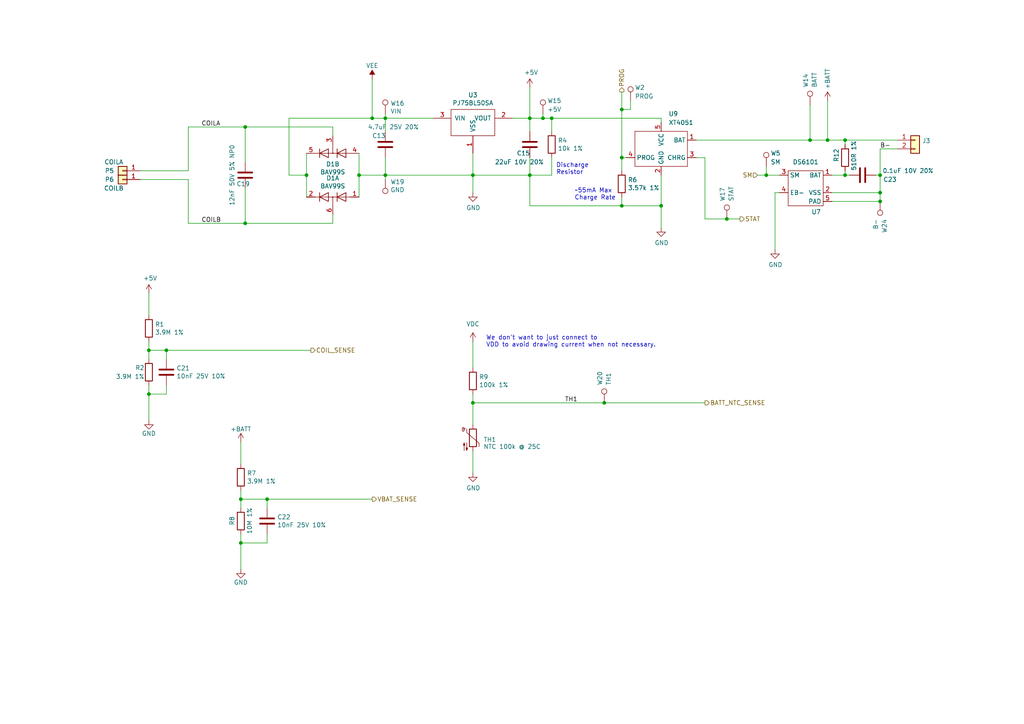
<source format=kicad_sch>
(kicad_sch (version 20250114) (generator "eeschema") (generator_version "9.0")
  (paper "A4")
  (title_block (title "Pixels D20 Schematic, Main") (date "2022-08-26") (rev "13") (company "Systemic Games, LLC") (comment 1 "Wireless Charging Circuitry"))
  (lib_symbols
    (symbol "Connector_Generic:Conn_01x01" (pin_names (offset 1.016) (hide yes))
      (property "Reference" "J" (at 0 2.54 0))
      (property "Value" "Conn_01x01" (at 0 -2.54 0))
      (symbol "Conn_01x01_1_1"
        (rectangle (start -1.27 1.27) (end 1.27 -1.27) (stroke (width 0.254)) (fill (type background)))
        (rectangle (start -1.27 0.127) (end 0 -0.127) (stroke (width 0.1524)))
        (pin passive line (at -5.08 0 0) (length 3.81) (name "Pin_1") (number "1"))
      )
    )
    (symbol "Connector_Generic:Conn_01x02" (pin_names (offset 1.016) (hide yes))
      (property "Reference" "J" (at 0 2.54 0))
      (property "Value" "Conn_01x02" (at 0 -5.08 0))
      (symbol "Conn_01x02_1_1"
        (rectangle (start -1.27 1.27) (end 1.27 -3.81) (stroke (width 0.254)) (fill (type background)))
        (rectangle (start -1.27 0.127) (end 0 -0.127) (stroke (width 0.1524)))
        (rectangle (start -1.27 -2.413) (end 0 -2.667) (stroke (width 0.1524)))
        (pin passive line (at -5.08 0 0) (length 3.81) (name "Pin_1") (number "1"))
        (pin passive line (at -5.08 -2.54 0) (length 3.81) (name "Pin_2") (number "2"))
      )
    )
    (symbol "Device:C" (pin_numbers (hide yes)) (pin_names (offset 0.254))
      (property "Reference" "C" (at 0.635 2.54 0))
      (property "Value" "C" (at 0.635 -2.54 0))
      (symbol "C_0_1"
        (polyline (pts (xy -2.032 0.762) (xy 2.032 0.762)) (stroke (width 0.508)))
        (polyline (pts (xy -2.032 -0.762) (xy 2.032 -0.762)) (stroke (width 0.508)))
      )
      (symbol "C_1_1"
        (pin passive line (at 0 3.81 270) (length 2.794) (name "~") (number "1"))
        (pin passive line (at 0 -3.81 90) (length 2.794) (name "~") (number "2"))
      )
    )
    (symbol "Device:R" (pin_numbers (hide yes)) (pin_names (offset 0))
      (property "Reference" "R" (at 2.032 0 90))
      (property "Value" "R" (at 0 0 90))
      (symbol "R_0_1"
        (rectangle (start -1.016 -2.54) (end 1.016 2.54) (stroke (width 0.254)))
      )
      (symbol "R_1_1"
        (pin passive line (at 0 3.81 270) (length 1.27) (name "~") (number "1"))
        (pin passive line (at 0 -3.81 90) (length 1.27) (name "~") (number "2"))
      )
    )
    (symbol "Device:Thermistor_NTC" (pin_numbers (hide yes)) (pin_names (offset 0))
      (property "Reference" "TH" (at -4.445 0 90))
      (property "Value" "Thermistor_NTC" (at 3.175 0 90))
      (symbol "Thermistor_NTC_0_1"
        (arc (start -3.175 2.413) (mid -3.0506 2.3165) (end -3.048 2.159))
        (arc (start -3.048 2.794) (mid -2.9736 2.9736) (end -2.794 3.048))
        (arc (start -2.794 3.048) (mid -2.6144 2.9736) (end -2.54 2.794))
        (arc (start -2.794 2.54) (mid -2.9736 2.6144) (end -3.048 2.794))
        (arc (start -2.794 1.905) (mid -2.9736 1.9794) (end -3.048 2.159))
        (arc (start -2.54 2.159) (mid -2.6144 1.9794) (end -2.794 1.905))
        (arc (start -2.159 2.794) (mid -2.434 2.5608) (end -2.794 2.54))
        (polyline (pts (xy -2.54 2.159) (xy -2.54 2.794)))
        (polyline (pts (xy -2.54 -3.683) (xy -2.54 -1.397) (xy -2.794 -2.159) (xy -2.286 -2.159) (xy -2.54 -1.397) (xy -2.54 -1.651)) (fill (type outline)))
        (polyline (pts (xy -1.778 2.54) (xy -1.778 1.524) (xy 1.778 -1.524) (xy 1.778 -2.54)))
        (polyline (pts (xy -1.778 -1.397) (xy -1.778 -3.683) (xy -2.032 -2.921) (xy -1.524 -2.921) (xy -1.778 -3.683) (xy -1.778 -3.429)) (fill (type outline)))
        (rectangle (start -1.016 2.54) (end 1.016 -2.54) (stroke (width 0.254)))
      )
      (symbol "Thermistor_NTC_1_1"
        (pin passive line (at 0 3.81 270) (length 1.27) (name "~") (number "1"))
        (pin passive line (at 0 -3.81 90) (length 1.27) (name "~") (number "2"))
      )
    )
    (symbol "Pixels-dice:BAV99S-diode" (pin_names (offset 0.0254) (hide yes))
      (property "Reference" "D" (at 0 2.54 0))
      (property "Value" "BAV99S-diode" (at 0 5.08 0))
      (symbol "BAV99S-diode_0_1"
        (polyline (pts (xy -5.08 0) (xy 5.08 0)))
        (polyline (pts (xy -3.81 1.27) (xy -1.27 0) (xy -3.81 -1.27) (xy -3.81 1.27) (xy -3.81 1.27) (xy -3.81 1.27)) (stroke (width 0.2032)))
        (polyline (pts (xy -1.27 -1.27) (xy -1.27 1.27) (xy -1.27 1.27)) (stroke (width 0.2032)))
        (polyline (pts (xy 0 0) (xy 0 -2.54)))
        (circle (center 0 0) (radius 0.127))
        (polyline (pts (xy 1.27 1.27) (xy 3.81 0) (xy 1.27 -1.27) (xy 1.27 1.27) (xy 1.27 1.27) (xy 1.27 1.27)) (stroke (width 0.2032)))
        (polyline (pts (xy 3.81 1.27) (xy 3.81 -1.27) (xy 3.81 -1.27)) (stroke (width 0.2032)))
      )
      (symbol "BAV99S-diode_1_1"
        (polyline (pts (xy 6.35 0) (xy 7.62 0)))
        (pin passive line (at -7.62 0 0) (length 2.54) (name "A1") (number "1"))
        (pin passive line (at 0 -5.08 90) (length 2.54) (name "K3A4") (number "6"))
        (pin passive line (at 7.62 0 180) (length 2.54) (name "K2") (number "2"))
      )
      (symbol "BAV99S-diode_2_1"
        (polyline (pts (xy 6.35 0) (xy 7.62 0)))
        (pin passive line (at -7.62 0 0) (length 2.54) (name "A3") (number "4"))
        (pin passive line (at 0 -5.08 90) (length 2.54) (name "K1A2") (number "3"))
        (pin passive line (at 7.62 0 180) (length 2.54) (name "K4") (number "5"))
      )
    )
    (symbol "Pixels-dice:DS6101"
      (property "Reference" "U" (at 3.556 -6.35 0))
      (property "Value" "DS6101" (at 0 0 0))
      (symbol "DS6101_0_1"
        (rectangle (start -5.08 5.08) (end 5.08 -5.08))
      )
      (symbol "DS6101_1_1"
        (pin input line (at -7.62 3.81 0) (length 2.54) (name "SM") (number "3"))
        (pin input line (at -7.62 -1.27 0) (length 2.54) (name "EB-") (number "4"))
        (pin power_in line (at 7.62 3.81 180) (length 2.54) (name "BAT") (number "1"))
        (pin power_in line (at 7.62 -1.27 180) (length 2.54) (name "VSS") (number "2"))
        (pin free line (at 7.62 -3.81 180) (length 2.54) (name "PAD") (number "5"))
      )
    )
    (symbol "Pixels-dice:HX6306P502MR" (pin_names (offset 1.016))
      (property "Reference" "U" (at 3.81 -6.35 0))
      (property "Value" "HX6306P502MR" (at 0 3.81 0))
      (symbol "HX6306P502MR_0_1"
        (rectangle (start -6.35 2.54) (end 6.35 -5.08))
      )
      (symbol "HX6306P502MR_1_1"
        (pin power_in line (at -11.43 0 0) (length 5.08) (name "VIN") (number "3"))
        (pin power_in line (at 0 -10.16 90) (length 5.08) (name "VSS") (number "1"))
        (pin power_out line (at 11.43 0 180) (length 5.08) (name "VOUT") (number "2"))
      )
    )
    (symbol "Pixels-dice:TEST_1P-conn" (pin_numbers (hide yes)) (pin_names (offset 0.762) (hide yes))
      (property "Reference" "W" (at 0 6.858 0))
      (property "Value" "TEST_1P-conn" (at 0 5.08 0))
      (symbol "TEST_1P-conn_0_1"
        (circle (center 0 3.302) (radius 0.762))
      )
      (symbol "TEST_1P-conn_1_1"
        (pin passive line (at 0 0 90) (length 2.54) (name "1") (number "1"))
      )
    )
    (symbol "Pixels-dice:XT4051"
      (property "Reference" "U" (at 5.334 -6.35 0))
      (property "Value" "XT4051" (at 0 1.27 0))
      (symbol "XT4051_0_1"
        (rectangle (start -7.62 5.08) (end 7.62 -5.08))
      )
      (symbol "XT4051_1_1"
        (pin input line (at -10.16 -2.54 0) (length 2.54) (name "PROG") (number "4"))
        (pin power_in line (at 0 7.62 270) (length 2.54) (name "VCC") (number "5"))
        (pin power_in line (at 0 -7.62 90) (length 2.54) (name "GND") (number "2"))
        (pin power_out line (at 10.16 2.54 180) (length 2.54) (name "BAT") (number "1"))
        (pin output line (at 10.16 -2.54 180) (length 2.54) (name "CHRG") (number "3"))
      )
    )
    (symbol "power:+5V" (power) (pin_names (offset 0))
      (property "Value" "+5V" (at 0 3.556 0))
      (symbol "+5V_0_1"
        (polyline (pts (xy -0.762 1.27) (xy 0 2.54)))
        (polyline (pts (xy 0 2.54) (xy 0.762 1.27)))
        (polyline (pts (xy 0 0) (xy 0 2.54)))
      )
      (symbol "+5V_1_1"
        (pin power_in line (at 0 0 90) (length 0) (hide yes) (name "+5V") (number "1"))
      )
    )
    (symbol "power:+BATT" (power) (pin_names (offset 0))
      (property "Value" "+BATT" (at 0 3.556 0))
      (symbol "+BATT_0_1"
        (polyline (pts (xy -0.762 1.27) (xy 0 2.54)))
        (polyline (pts (xy 0 2.54) (xy 0.762 1.27)))
        (polyline (pts (xy 0 0) (xy 0 2.54)))
      )
      (symbol "+BATT_1_1"
        (pin power_in line (at 0 0 90) (length 0) (hide yes) (name "+BATT") (number "1"))
      )
    )
    (symbol "power:GND" (power) (pin_names (offset 0))
      (property "Value" "GND" (at 0 -3.81 0))
      (symbol "GND_0_1"
        (polyline (pts (xy 0 0) (xy 0 -1.27) (xy 1.27 -1.27) (xy 0 -2.54) (xy -1.27 -1.27) (xy 0 -1.27)))
      )
      (symbol "GND_1_1"
        (pin power_in line (at 0 0 270) (length 0) (hide yes) (name "GND") (number "1"))
      )
    )
    (symbol "power:VDC" (power) (pin_numbers (hide yes)) (pin_names (offset 0) (hide yes))
      (property "Value" "VDC" (at 0 3.556 0))
      (symbol "VDC_0_1"
        (polyline (pts (xy -0.762 1.27) (xy 0 2.54)))
        (polyline (pts (xy 0 2.54) (xy 0.762 1.27)))
        (polyline (pts (xy 0 0) (xy 0 2.54)))
      )
      (symbol "VDC_1_1"
        (pin power_in line (at 0 0 90) (length 0) (name "~") (number "1"))
      )
    )
    (symbol "power:VEE" (power) (pin_names (offset 0))
      (property "Value" "VEE" (at 0 3.81 0))
      (symbol "VEE_0_1"
        (polyline (pts (xy 0 0) (xy 0 2.54)))
        (polyline (pts (xy 0.762 1.27) (xy -0.762 1.27) (xy 0 2.54) (xy 0.762 1.27)) (fill (type outline)))
      )
      (symbol "VEE_1_1"
        (pin power_in line (at 0 0 90) (length 0) (hide yes) (name "VEE") (number "1"))
      )
    )
  )
  (text "We don't want to just connect to\nVDD to avoid drawing current when not necessary." (at 140.97 100.838 0) (effects (font (size 1.27 1.27)) (justify left bottom)))
  (text "~55mA Max\nCharge Rate" (at 166.624 58.166 0) (effects (font (size 1.27 1.27)) (justify left bottom)))
  (text "Discharge\nResistor" (at 161.29 50.8 0) (effects (font (size 1.27 1.27)) (justify left bottom)))
  (junction (at 245.11 50.8))
  (junction (at 88.9 50.8))
  (junction (at 180.34 59.69))
  (junction (at 245.11 40.64))
  (junction (at 43.18 101.6))
  (junction (at 43.18 114.3))
  (junction (at 191.77 59.69))
  (junction (at 77.47 144.78))
  (junction (at 160.02 34.29))
  (junction (at 153.67 50.8))
  (junction (at 240.03 40.64))
  (junction (at 137.16 50.8))
  (junction (at 111.76 50.8))
  (junction (at 71.12 36.83))
  (junction (at 180.34 31.75))
  (junction (at 137.16 116.84))
  (junction (at 175.26 116.84))
  (junction (at 111.76 34.29))
  (junction (at 222.25 50.8))
  (junction (at 180.34 45.72))
  (junction (at 71.12 64.77))
  (junction (at 69.85 157.48))
  (junction (at 48.26 101.6))
  (junction (at 234.95 40.64))
  (junction (at 255.27 58.42))
  (junction (at 153.67 34.29))
  (junction (at 157.48 34.29))
  (junction (at 69.85 144.78))
  (junction (at 104.14 50.8))
  (junction (at 210.82 63.5))
  (junction (at 107.95 34.29))
  (junction (at 255.27 50.8))
  (junction (at 255.27 55.88))
  (wire (pts (xy 160.02 45.72) (xy 160.02 50.8)))
  (wire (pts (xy 153.67 59.69) (xy 180.34 59.69)))
  (wire (pts (xy 234.95 40.64) (xy 240.03 40.64)))
  (wire (pts (xy 77.47 157.48) (xy 69.85 157.48)))
  (wire (pts (xy 43.18 111.76) (xy 43.18 114.3)))
  (wire (pts (xy 153.67 50.8) (xy 153.67 59.69)))
  (wire (pts (xy 111.76 34.29) (xy 125.73 34.29)))
  (wire (pts (xy 157.48 33.02) (xy 157.48 34.29)))
  (wire (pts (xy 71.12 46.99) (xy 71.12 36.83)))
  (wire (pts (xy 204.47 63.5) (xy 210.82 63.5)))
  (wire (pts (xy 43.18 91.44) (xy 43.18 85.09)))
  (wire (pts (xy 160.02 34.29) (xy 160.02 38.1)))
  (wire (pts (xy 153.67 25.4) (xy 153.67 34.29)))
  (wire (pts (xy 245.11 40.64) (xy 240.03 40.64)))
  (wire (pts (xy 54.61 64.77) (xy 54.61 52.07)))
  (wire (pts (xy 180.34 59.69) (xy 191.77 59.69)))
  (wire (pts (xy 88.9 44.45) (xy 88.9 50.8)))
  (wire (pts (xy 153.67 50.8) (xy 153.67 45.72)))
  (wire (pts (xy 54.61 36.83) (xy 71.12 36.83)))
  (wire (pts (xy 40.64 49.53) (xy 54.61 49.53)))
  (wire (pts (xy 234.95 30.48) (xy 234.95 40.64)))
  (wire (pts (xy 204.47 45.72) (xy 204.47 63.5)))
  (wire (pts (xy 71.12 54.61) (xy 71.12 64.77)))
  (wire (pts (xy 43.18 99.06) (xy 43.18 101.6)))
  (wire (pts (xy 43.18 114.3) (xy 43.18 121.92)))
  (wire (pts (xy 255.27 43.18) (xy 260.35 43.18)))
  (wire (pts (xy 222.25 50.8) (xy 226.06 50.8)))
  (wire (pts (xy 43.18 104.14) (xy 43.18 101.6)))
  (wire (pts (xy 137.16 99.06) (xy 137.16 106.68)))
  (wire (pts (xy 54.61 36.83) (xy 54.61 49.53)))
  (wire (pts (xy 88.9 50.8) (xy 88.9 57.15)))
  (wire (pts (xy 157.48 34.29) (xy 160.02 34.29)))
  (wire (pts (xy 104.14 44.45) (xy 104.14 50.8)))
  (wire (pts (xy 137.16 50.8) (xy 153.67 50.8)))
  (wire (pts (xy 104.14 50.8) (xy 104.14 57.15)))
  (wire (pts (xy 160.02 34.29) (xy 191.77 34.29)))
  (wire (pts (xy 111.76 33.02) (xy 111.76 34.29)))
  (wire (pts (xy 77.47 144.78) (xy 69.85 144.78)))
  (wire (pts (xy 182.88 31.75) (xy 180.34 31.75)))
  (wire (pts (xy 77.47 154.94) (xy 77.47 157.48)))
  (wire (pts (xy 48.26 111.76) (xy 48.26 114.3)))
  (wire (pts (xy 137.16 116.84) (xy 175.26 116.84)))
  (wire (pts (xy 241.3 58.42) (xy 255.27 58.42)))
  (wire (pts (xy 43.18 101.6) (xy 48.26 101.6)))
  (wire (pts (xy 255.27 55.88) (xy 241.3 55.88)))
  (wire (pts (xy 255.27 50.8) (xy 255.27 55.88)))
  (wire (pts (xy 137.16 114.3) (xy 137.16 116.84)))
  (wire (pts (xy 224.79 55.88) (xy 226.06 55.88)))
  (wire (pts (xy 245.11 50.8) (xy 241.3 50.8)))
  (wire (pts (xy 222.25 48.26) (xy 222.25 50.8)))
  (wire (pts (xy 96.52 62.23) (xy 96.52 64.77)))
  (wire (pts (xy 255.27 58.42) (xy 255.27 55.88)))
  (wire (pts (xy 111.76 34.29) (xy 111.76 38.1)))
  (wire (pts (xy 182.88 29.21) (xy 182.88 31.75)))
  (wire (pts (xy 137.16 50.8) (xy 137.16 55.88)))
  (wire (pts (xy 71.12 36.83) (xy 96.52 36.83)))
  (wire (pts (xy 204.47 45.72) (xy 201.93 45.72)))
  (wire (pts (xy 148.59 34.29) (xy 153.67 34.29)))
  (wire (pts (xy 137.16 130.81) (xy 137.16 137.16)))
  (wire (pts (xy 180.34 31.75) (xy 180.34 45.72)))
  (wire (pts (xy 69.85 144.78) (xy 69.85 147.32)))
  (wire (pts (xy 245.11 40.64) (xy 245.11 41.91)))
  (wire (pts (xy 69.85 128.27) (xy 69.85 134.62)))
  (wire (pts (xy 69.85 154.94) (xy 69.85 157.48)))
  (wire (pts (xy 77.47 144.78) (xy 107.95 144.78)))
  (wire (pts (xy 175.26 116.84) (xy 204.47 116.84)))
  (wire (pts (xy 40.64 52.07) (xy 54.61 52.07)))
  (wire (pts (xy 240.03 29.21) (xy 240.03 40.64)))
  (wire (pts (xy 48.26 101.6) (xy 90.17 101.6)))
  (wire (pts (xy 224.79 55.88) (xy 224.79 72.39)))
  (wire (pts (xy 111.76 50.8) (xy 104.14 50.8)))
  (wire (pts (xy 219.71 50.8) (xy 222.25 50.8)))
  (wire (pts (xy 191.77 35.56) (xy 191.77 34.29)))
  (wire (pts (xy 48.26 104.14) (xy 48.26 101.6)))
  (wire (pts (xy 191.77 50.8) (xy 191.77 59.69)))
  (wire (pts (xy 180.34 26.67) (xy 180.34 31.75)))
  (wire (pts (xy 210.82 63.5) (xy 214.63 63.5)))
  (wire (pts (xy 153.67 34.29) (xy 153.67 38.1)))
  (wire (pts (xy 83.82 34.29) (xy 107.95 34.29)))
  (wire (pts (xy 137.16 44.45) (xy 137.16 50.8)))
  (wire (pts (xy 71.12 64.77) (xy 96.52 64.77)))
  (wire (pts (xy 255.27 43.18) (xy 255.27 50.8)))
  (wire (pts (xy 88.9 50.8) (xy 83.82 50.8)))
  (wire (pts (xy 77.47 144.78) (xy 77.47 147.32)))
  (wire (pts (xy 48.26 114.3) (xy 43.18 114.3)))
  (wire (pts (xy 181.61 45.72) (xy 180.34 45.72)))
  (wire (pts (xy 245.11 49.53) (xy 245.11 50.8)))
  (wire (pts (xy 111.76 52.07) (xy 111.76 50.8)))
  (wire (pts (xy 160.02 50.8) (xy 153.67 50.8)))
  (wire (pts (xy 69.85 142.24) (xy 69.85 144.78)))
  (wire (pts (xy 254 50.8) (xy 255.27 50.8)))
  (wire (pts (xy 153.67 34.29) (xy 157.48 34.29)))
  (wire (pts (xy 245.11 40.64) (xy 260.35 40.64)))
  (wire (pts (xy 201.93 40.64) (xy 234.95 40.64)))
  (wire (pts (xy 83.82 50.8) (xy 83.82 34.29)))
  (wire (pts (xy 180.34 57.15) (xy 180.34 59.69)))
  (wire (pts (xy 69.85 157.48) (xy 69.85 165.1)))
  (wire (pts (xy 107.95 22.86) (xy 107.95 34.29)))
  (wire (pts (xy 111.76 45.72) (xy 111.76 50.8)))
  (wire (pts (xy 111.76 50.8) (xy 137.16 50.8)))
  (wire (pts (xy 96.52 39.37) (xy 96.52 36.83)))
  (wire (pts (xy 180.34 45.72) (xy 180.34 49.53)))
  (wire (pts (xy 191.77 59.69) (xy 191.77 66.04)))
  (wire (pts (xy 54.61 64.77) (xy 71.12 64.77)))
  (wire (pts (xy 107.95 34.29) (xy 111.76 34.29)))
  (wire (pts (xy 245.11 50.8) (xy 246.38 50.8)))
  (wire (pts (xy 137.16 116.84) (xy 137.16 123.19)))
  (label "COILB" (at 58.42 64.77 0))
  (label "B-" (at 255.27 43.18 0))
  (label "TH1" (at 163.83 116.84 0))
  (label "COILA" (at 58.42 36.83 0))
  (hierarchical_label "SM" (shape input) (at 219.71 50.8 180))
  (hierarchical_label "PROG" (shape output) (at 180.34 26.67 90))
  (hierarchical_label "VBAT_SENSE" (shape output) (at 107.95 144.78 0))
  (hierarchical_label "COIL_SENSE" (shape output) (at 90.17 101.6 0))
  (hierarchical_label "STAT" (shape output) (at 214.63 63.5 0))
  (hierarchical_label "BATT_NTC_SENSE" (shape output) (at 204.47 116.84 0))
  (symbol (lib_id "power:GND") (at 224.79 72.39 0) (unit 1)
    (property "Reference" "#PWR052" (effects (hide yes)))
    (property "Value" "GND" (at 224.917 76.7842 0))
  )
  (symbol (lib_id "Device:C") (at 111.76 41.91 0) (unit 1)
    (property "Reference" "C13" (at 107.95 39.37 0) (effects (justify left)))
    (property "Value" "4.7uF 25V 20%" (at 106.68 36.83 0) (effects (justify left)))
    (property "Footprint" "Capacitor_SMD:C_0402_1005Metric" (effects (hide yes)))
    (property "Generic OK" "YES" (effects (hide yes)))
    (property "Manufacturer" "HRE" (effects (hide yes)))
    (property "Part Number" "CGA0402X5R475M250GT" (effects (hide yes)))
    (property "LCSC Part #" "C6119795" (effects (hide yes)))
  )
  (symbol (lib_id "Device:R") (at 137.16 110.49 0) (unit 1)
    (property "Reference" "R9" (at 138.938 109.3216 0) (effects (justify left)))
    (property "Value" "100k 1%" (at 138.938 111.633 0) (effects (justify left)))
    (property "Footprint" "Resistor_SMD:R_0201_0603Metric" (effects (hide yes)))
    (property "Generic OK" "YES" (effects (hide yes)))
    (property "Manufacturer" "UNI-ROYAL(Uniroyal Elec)" (effects (hide yes)))
    (property "Part Number" "0201WMF1003TEE" (effects (hide yes)))
    (property "LCSC Part #" "C270364" (effects (hide yes)))
  )
  (symbol (lib_id "Pixels-dice:TEST_1P-conn") (at 111.76 33.02 0) (unit 1) (in_bom no)
    (property "Reference" "W16" (at 113.2332 29.972 0) (effects (justify left)))
    (property "Value" "VIN" (at 113.2332 32.2834 0) (effects (justify left)))
    (property "Footprint" "Pixels-dice:TEST_PIN" (effects (hide yes)))
    (property "Generic OK" "N/A" (effects (hide yes)))
  )
  (symbol (lib_id "Device:R") (at 160.02 41.91 0) (unit 1)
    (property "Reference" "R4" (at 161.798 40.7416 0) (effects (justify left)))
    (property "Value" "10k 1%" (at 161.798 43.053 0) (effects (justify left)))
    (property "Footprint" "Resistor_SMD:R_0201_0603Metric" (effects (hide yes)))
    (property "Generic OK" "YES" (effects (hide yes)))
    (property "Manufacturer" "UNI-ROYAL(Uniroyal Elec)" (effects (hide yes)))
    (property "Part Number" "0201WMF1002TEE" (effects (hide yes)))
    (property "LCSC Part #" "C473048" (effects (hide yes)))
  )
  (symbol (lib_id "Device:Thermistor_NTC") (at 137.16 127 0) (unit 1)
    (property "Reference" "TH1" (at 140.208 127.508 0) (effects (justify left)))
    (property "Value" "NTC 100k @ 25C" (at 140.208 129.54 0) (effects (justify left)))
    (property "Footprint" "Resistor_SMD:R_0201_0603Metric" (effects (hide yes)))
    (property "Generic OK" "NO" (effects (hide yes)))
    (property "Manufacturer" "muRata " (effects (hide yes)))
    (property "Part Number" "NCP03WF104F05RL " (effects (hide yes)))
    (property "LCSC Part #" "C107344" (effects (hide yes)))
  )
  (symbol (lib_id "power:VEE") (at 107.95 22.86 0) (unit 1)
    (property "Reference" "#PWR032" (effects (hide yes)))
    (property "Value" "VEE" (at 107.95 19.05 0))
  )
  (symbol (lib_id "power:+5V") (at 43.18 85.09 0) (unit 1)
    (property "Reference" "#PWR057" (effects (hide yes)))
    (property "Value" "+5V" (at 43.561 80.6958 0))
  )
  (symbol (lib_id "Device:C") (at 71.12 50.8 0) (unit 1)
    (property "Reference" "C19" (at 68.58 53.34 0) (effects (justify left)))
    (property "Value" "12nF 50V 5% NP0" (at 67.31 59.69 90) (effects (justify left)))
    (property "Footprint" "Capacitor_SMD:C_0805_2012Metric" (effects (hide yes)))
    (property "Generic OK" "NO" (effects (hide yes)))
    (property "Pixels Part Number" "SMD-C011" (effects (hide yes)))
    (property "Manufacturer" "Murata" (effects (hide yes)))
    (property "Part Number" "GRM2195C1H123JA01D" (effects (hide yes)))
  )
  (symbol (lib_id "Device:C") (at 250.19 50.8 90) (unit 1)
    (property "Reference" "C23" (at 260.096 52.07 90) (effects (justify left)))
    (property "Value" "0.1uF 10V 20%" (at 270.764 49.53 90) (effects (justify left)))
    (property "Footprint" "Capacitor_SMD:C_0201_0603Metric" (effects (hide yes)))
    (property "Generic OK" "YES" (effects (hide yes)))
    (property "Manufacturer" "HRE" (effects (hide yes)))
    (property "Part Number" "CGA0201X5R104K100ET" (effects (hide yes)))
    (property "LCSC Part #" "C6119757" (effects (hide yes)))
  )
  (symbol (lib_id "Device:R") (at 180.34 53.34 0) (unit 1)
    (property "Reference" "R6" (at 182.118 52.1716 0) (effects (justify left)))
    (property "Value" "3.57k 1%" (at 182.118 54.483 0) (effects (justify left)))
    (property "Footprint" "Resistor_SMD:R_0201_0603Metric" (effects (hide yes)))
    (property "Generic OK" "YES" (effects (hide yes)))
    (property "Manufacturer" "UNI-ROYAL(Uniroyal Elec)" (effects (hide yes)))
    (property "Part Number" "0201WMF3571TEE" (effects (hide yes)))
  )
  (symbol (lib_id "Pixels-dice:TEST_1P-conn") (at 255.27 58.42 180) (unit 1) (in_bom no)
    (property "Reference" "W24" (at 256.54 63.5 90) (effects (justify left)))
    (property "Value" "B-" (at 254 63.5 90) (effects (justify left)))
    (property "Footprint" "Pixels-dice:TEST_PIN" (effects (hide yes)))
    (property "Generic OK" "N/A" (effects (hide yes)))
  )
  (symbol (lib_id "Device:R") (at 69.85 138.43 0) (unit 1)
    (property "Reference" "R7" (at 71.628 137.2616 0) (effects (justify left)))
    (property "Value" "3.9M 1%" (at 71.628 139.573 0) (effects (justify left)))
    (property "Footprint" "Resistor_SMD:R_0201_0603Metric" (effects (hide yes)))
    (property "Generic OK" "YES" (effects (hide yes)))
    (property "Manufacturer" "UNI-ROYAL(Uniroyal Elec)" (effects (hide yes)))
    (property "Part Number" "0201WMF3904TEE" (effects (hide yes)))
    (property "Alternate Manufacturer" "RALEC" (effects (hide yes)))
    (property "Alternate PN" "RTT013904FTH" (effects (hide yes)))
    (property "Alternate LCSC Part #" "C166210" (effects (hide yes)))
    (property "LCSC Part #" "C423545" (effects (hide yes)))
  )
  (symbol (lib_id "power:+BATT") (at 69.85 128.27 0) (unit 1)
    (property "Reference" "#PWR058" (effects (hide yes)))
    (property "Value" "+BATT" (at 69.85 124.46 0))
  )
  (symbol (lib_id "Device:R") (at 69.85 151.13 0) (unit 1)
    (property "Reference" "R8" (at 67.31 152.4 90) (effects (justify left)))
    (property "Value" "10M 1%" (at 72.39 154.94 90) (effects (justify left)))
    (property "Footprint" "Resistor_SMD:R_0201_0603Metric" (effects (hide yes)))
    (property "Generic OK" "YES" (effects (hide yes)))
    (property "Manufacturer" "UNI-ROYAL(Uniroyal Elec)" (effects (hide yes)))
    (property "Part Number" "0201WMF1005TEE" (effects (hide yes)))
    (property "LCSC Part #" "C423797" (effects (hide yes)))
  )
  (symbol (lib_id "Pixels-dice:HX6306P502MR") (at 137.16 34.29 0) (unit 1)
    (property "Reference" "U3" (at 137.16 27.559 0))
    (property "Value" "PJ75BL50SA" (at 137.16 29.8704 0))
    (property "Footprint" "Pixels-dice:SOT-23" (effects (hide yes)))
    (property "Manufacturer" "PJSEMI" (effects (hide yes)))
    (property "Manufacturer Part Number" "PJ75BL50SA" (effects (hide yes)))
    (property "Generic OK" "NO" (effects (hide yes)))
    (property "Part Number" "PJ75BL50SA" (effects (hide yes)))
  )
  (symbol (lib_id "Device:R") (at 43.18 95.25 0) (unit 1)
    (property "Reference" "R1" (at 44.958 94.0816 0) (effects (justify left)))
    (property "Value" "3.9M 1%" (at 44.958 96.393 0) (effects (justify left)))
    (property "Footprint" "Resistor_SMD:R_0201_0603Metric" (effects (hide yes)))
    (property "Generic OK" "YES" (effects (hide yes)))
    (property "Manufacturer" "UNI-ROYAL(Uniroyal Elec)" (effects (hide yes)))
    (property "Part Number" "0201WMF3904TEE" (effects (hide yes)))
    (property "Alternate Manufacturer" "RALEC" (effects (hide yes)))
    (property "Alternate PN" "RTT013904FTH" (effects (hide yes)))
    (property "Alternate LCSC Part #" "C166210" (effects (hide yes)))
    (property "LCSC Part #" "C423545" (effects (hide yes)))
  )
  (symbol (lib_id "Device:R") (at 43.18 107.95 180) (unit 1)
    (property "Reference" "R2" (at 41.91 106.68 0) (effects (justify left)))
    (property "Value" "3.9M 1%" (at 41.91 109.22 0) (effects (justify left)))
    (property "Footprint" "Resistor_SMD:R_0201_0603Metric" (effects (hide yes)))
    (property "Generic OK" "YES" (effects (hide yes)))
    (property "Manufacturer" "UNI-ROYAL(Uniroyal Elec)" (effects (hide yes)))
    (property "Part Number" "0201WMF3904TEE" (effects (hide yes)))
    (property "Alternate Manufacturer" "RALEC" (effects (hide yes)))
    (property "Alternate PN" "RTT013904FTH" (effects (hide yes)))
    (property "Alternate LCSC Part #" "C166210" (effects (hide yes)))
    (property "LCSC Part #" "C423545" (effects (hide yes)))
  )
  (symbol (lib_id "power:GND") (at 69.85 165.1 0) (unit 1)
    (property "Reference" "#PWR060" (effects (hide yes)))
    (property "Value" "GND" (at 69.85 168.91 0))
  )
  (symbol (lib_id "power:+5V") (at 153.67 25.4 0) (unit 1)
    (property "Reference" "#PWR040" (effects (hide yes)))
    (property "Value" "+5V" (at 154.051 21.0058 0))
  )
  (symbol (lib_id "Device:C") (at 77.47 151.13 0) (unit 1)
    (property "Reference" "C22" (at 80.391 149.9616 0) (effects (justify left)))
    (property "Value" "10nF 25V 10%" (at 80.391 152.273 0) (effects (justify left)))
    (property "Footprint" "Capacitor_SMD:C_0201_0603Metric" (effects (hide yes)))
    (property "Generic OK" "YES" (effects (hide yes)))
    (property "Manufacturer" "HRE" (effects (hide yes)))
    (property "Part Number" "CGA0201X5R103K250ET" (effects (hide yes)))
    (property "Alternate Manufacturer" "Murata Electronics" (effects (hide yes)))
    (property "Alternate PN" "GRM033R71A103KA01D" (effects (hide yes)))
    (property "Alternate LCSC Part #" "C76941" (effects (hide yes)))
    (property "LCSC Part #" "C7503521" (effects (hide yes)))
  )
  (symbol (lib_id "Pixels-dice:TEST_1P-conn") (at 210.82 63.5 0) (unit 1) (in_bom no)
    (property "Reference" "W17" (at 209.55 58.42 90) (effects (justify left)))
    (property "Value" "STAT" (at 212.09 58.42 90) (effects (justify left)))
    (property "Footprint" "Pixels-dice:TEST_PIN" (effects (hide yes)))
    (property "Generic OK" "N/A" (effects (hide yes)))
  )
  (symbol (lib_id "Device:R") (at 245.11 45.72 0) (unit 1)
    (property "Reference" "R12" (at 242.57 46.99 90) (effects (justify left)))
    (property "Value" "510R 1%" (at 247.65 49.53 90) (effects (justify left)))
    (property "Footprint" "Resistor_SMD:R_0201_0603Metric" (effects (hide yes)))
    (property "Generic OK" "YES" (effects (hide yes)))
    (property "Manufacturer" "UNI-ROYAL(Uniroyal Elec)" (effects (hide yes)))
    (property "Part Number" "NQ01WMJ0511TEE" (effects (hide yes)))
    (property "LCSC Part #" "C965307" (effects (hide yes)))
  )
  (symbol (lib_id "power:GND") (at 191.77 66.04 0) (unit 1)
    (property "Reference" "#PWR051" (effects (hide yes)))
    (property "Value" "GND" (at 191.897 70.4342 0))
  )
  (symbol (lib_id "power:GND") (at 137.16 55.88 0) (unit 1)
    (property "Reference" "#PWR050" (effects (hide yes)))
    (property "Value" "GND" (at 137.287 60.2742 0))
  )
  (symbol (lib_id "power:+BATT") (at 240.03 29.21 0) (unit 1)
    (property "Reference" "#PWR041" (effects (hide yes)))
    (property "Value" "+BATT" (at 240.03 22.86 90))
  )
  (symbol (lib_id "Connector_Generic:Conn_01x02") (at 265.43 40.64 0) (unit 1) (in_bom no)
    (property "Reference" "J3" (at 267.462 40.8432 0) (effects (justify left)))
    (property "Value" "Conn_01x02" (effects (hide yes)))
    (property "Footprint" "Pixels-dice:Hongjie 10100 Solder Tabs" (effects (hide yes)))
    (property "Generic OK" "N/A" (effects (hide yes)))
  )
  (symbol (lib_id "Pixels-dice:XT4051") (at 191.77 43.18 0) (unit 1)
    (property "Reference" "U9" (at 193.9133 33.02 0) (effects (justify left)))
    (property "Value" "XT4051" (at 193.9133 35.56 0) (effects (justify left)))
    (property "Footprint" "Package_TO_SOT_SMD:SOT-553" (effects (hide yes)))
    (property "Manufacturer" "NATLINEAR" (effects (hide yes)))
    (property "Part Number" "XT4051K421KR-G" (effects (hide yes)))
    (property "LCSC Part #" "C219186" (effects (hide yes)))
  )
  (symbol (lib_id "Device:C") (at 153.67 41.91 0) (unit 1)
    (property "Reference" "C15" (at 149.86 44.45 0) (effects (justify left)))
    (property "Value" "22uF 10V 20%" (at 143.51 46.99 0) (effects (justify left)))
    (property "Footprint" "Capacitor_SMD:C_0603_1608Metric" (effects (hide yes)))
    (property "Generic OK" "YES" (effects (hide yes)))
    (property "Manufacturer" "HRE" (effects (hide yes)))
    (property "Part Number" "CGA0603X5R226M100JT" (effects (hide yes)))
    (property "LCSC Part #" "C6119863" (effects (hide yes)))
  )
  (symbol (lib_id "power:VDC") (at 137.16 99.06 0) (unit 1)
    (property "Reference" "#PWR039" (effects (hide yes)))
    (property "Value" "VDC" (at 137.16 93.98 0))
    (property "Description" "Power symbol creates a global label with name \"VDC\"" (effects (hide yes)))
  )
  (symbol (lib_id "Pixels-dice:TEST_1P-conn") (at 111.76 52.07 180) (unit 1) (in_bom no)
    (property "Reference" "W19" (at 113.2332 52.7558 0) (effects (justify right)))
    (property "Value" "GND" (at 113.2332 55.0672 0) (effects (justify right)))
    (property "Footprint" "Pixels-dice:TEST_PIN" (effects (hide yes)))
    (property "Generic OK" "N/A" (effects (hide yes)))
  )
  (symbol (lib_id "Pixels-dice:TEST_1P-conn") (at 234.95 30.48 0) (unit 1) (in_bom no)
    (property "Reference" "W14" (at 233.68 25.4 90) (effects (justify left)))
    (property "Value" "BATT" (at 236.22 25.4 90) (effects (justify left)))
    (property "Footprint" "Pixels-dice:TEST_PIN" (effects (hide yes)))
    (property "Generic OK" "N/A" (effects (hide yes)))
  )
  (symbol (lib_id "Connector_Generic:Conn_01x01") (at 35.56 52.07 180) (unit 1) (in_bom no)
    (property "Reference" "P6" (at 31.75 52.07 0))
    (property "Value" "COILB" (at 33.02 54.61 0))
    (property "Footprint" "Pixels-dice:TestPoint_THTPad_D1.5mm_Drill0.7mm_nosilk" (effects (hide yes)))
    (property "Generic OK" "N/A" (effects (hide yes)))
  )
  (symbol (lib_id "Connector_Generic:Conn_01x01") (at 35.56 49.53 180) (unit 1) (in_bom no)
    (property "Reference" "P5" (at 31.75 49.53 0))
    (property "Value" "COILA" (at 33.02 46.99 0))
    (property "Footprint" "Pixels-dice:TestPoint_THTPad_D1.5mm_Drill0.7mm_nosilk" (effects (hide yes)))
    (property "Generic OK" "N/A" (effects (hide yes)))
  )
  (symbol (lib_id "Pixels-dice:TEST_1P-conn") (at 157.48 33.02 0) (unit 1) (in_bom no)
    (property "Reference" "W15" (at 158.75 29.21 0) (effects (justify left)))
    (property "Value" "+5V" (at 158.75 31.75 0) (effects (justify left)))
    (property "Footprint" "Pixels-dice:TEST_PIN" (effects (hide yes)))
    (property "Generic OK" "N/A" (effects (hide yes)))
  )
  (symbol (lib_id "Pixels-dice:TEST_1P-conn") (at 175.26 116.84 0) (unit 1) (in_bom no)
    (property "Reference" "W20" (at 173.99 111.76 90) (effects (justify left)))
    (property "Value" "TH1" (at 176.53 111.76 90) (effects (justify left)))
    (property "Footprint" "Pixels-dice:TEST_PIN" (effects (hide yes)))
    (property "Generic OK" "N/A" (effects (hide yes)))
  )
  (symbol (lib_id "Pixels-dice:TEST_1P-conn") (at 222.25 48.26 0) (unit 1) (in_bom no)
    (property "Reference" "W5" (at 223.52 44.45 0) (effects (justify left)))
    (property "Value" "SM" (at 223.52 46.99 0) (effects (justify left)))
    (property "Footprint" "Pixels-dice:TEST_PIN" (effects (hide yes)))
    (property "Generic OK" "N/A" (effects (hide yes)))
  )
  (symbol (lib_id "Pixels-dice:DS6101") (at 233.68 54.61 0) (unit 1)
    (property "Reference" "U7" (at 236.728 61.468 0))
    (property "Value" "DS6101" (at 233.68 46.99 0))
    (property "Footprint" "Package_DFN_QFN:UDFN-4-1EP_1x1mm_P0.65mm_EP0.48x0.48mm" (effects (hide yes)))
    (property "Manufacturer" "DSTECH" (effects (hide yes)))
    (property "Part Number" " DS6101AED4" (effects (hide yes)))
    (property "LCSC Part #" "C7499469" (effects (hide yes)))
  )
  (symbol (lib_id "Pixels-dice:TEST_1P-conn") (at 182.88 29.21 0) (unit 1) (in_bom no)
    (property "Reference" "W2" (at 184.15 25.4 0) (effects (justify left)))
    (property "Value" "PROG" (at 184.15 27.94 0) (effects (justify left)))
    (property "Footprint" "Pixels-dice:TEST_PIN" (effects (hide yes)))
    (property "Generic OK" "N/A" (effects (hide yes)))
  )
  (symbol (lib_id "power:GND") (at 137.16 137.16 0) (unit 1)
    (property "Reference" "#PWR022" (effects (hide yes)))
    (property "Value" "GND" (at 137.287 141.5542 0))
  )
  (symbol (lib_id "Pixels-dice:BAV99S-diode") (at 96.52 44.45 180) (unit 2)
    (property "Reference" "D1" (at 96.52 47.5996 0))
    (property "Value" "BAV99S" (at 96.52 49.911 0))
    (property "Footprint" "Pixels-dice:SOT-363_SC-70-6" (effects (hide yes)))
    (property "Datasheet" "https://assets.nexperia.com/documents/data-sheet/BAV99_SER.pdf" (effects (hide yes)))
    (property "Generic OK" "YES" (effects (hide yes)))
    (property "Manufacturer" "Nexperia" (effects (hide yes)))
    (property "Part Number" "BAV99S,115" (effects (hide yes)))
    (property "LCSC Part #" "C96225" (effects (hide yes)))
  )
  (symbol (lib_id "power:GND") (at 43.18 121.92 0) (unit 1)
    (property "Reference" "#PWR059" (effects (hide yes)))
    (property "Value" "GND" (at 43.18 125.73 0))
  )
  (symbol (lib_id "Pixels-dice:BAV99S-diode") (at 96.52 57.15 0) (mirror y) (unit 1)
    (property "Reference" "D1" (at 96.52 51.6636 0))
    (property "Value" "BAV99S" (at 96.52 53.975 0))
    (property "Footprint" "Pixels-dice:SOT-363_SC-70-6" (effects (hide yes)))
    (property "Datasheet" "https://assets.nexperia.com/documents/data-sheet/BAV99_SER.pdf" (effects (hide yes)))
    (property "Generic OK" "YES" (effects (hide yes)))
    (property "Manufacturer" "Nexperia" (effects (hide yes)))
    (property "Part Number" "BAV99S,115" (effects (hide yes)))
    (property "LCSC Part #" "C96225" (effects (hide yes)))
  )
  (symbol (lib_id "Device:C") (at 48.26 107.95 0) (unit 1)
    (property "Reference" "C21" (at 51.181 106.7816 0) (effects (justify left)))
    (property "Value" "10nF 25V 10%" (at 51.181 109.093 0) (effects (justify left)))
    (property "Footprint" "Capacitor_SMD:C_0201_0603Metric" (effects (hide yes)))
    (property "Generic OK" "YES" (effects (hide yes)))
    (property "Manufacturer" "HRE" (effects (hide yes)))
    (property "Part Number" "CGA0201X5R103K250ET" (effects (hide yes)))
    (property "Alternate Manufacturer" "Murata Electronics" (effects (hide yes)))
    (property "Alternate PN" "GRM033R71A103KA01D" (effects (hide yes)))
    (property "Alternate LCSC Part #" "C76941" (effects (hide yes)))
    (property "LCSC Part #" "C7503521" (effects (hide yes)))
  )
)
</source>
